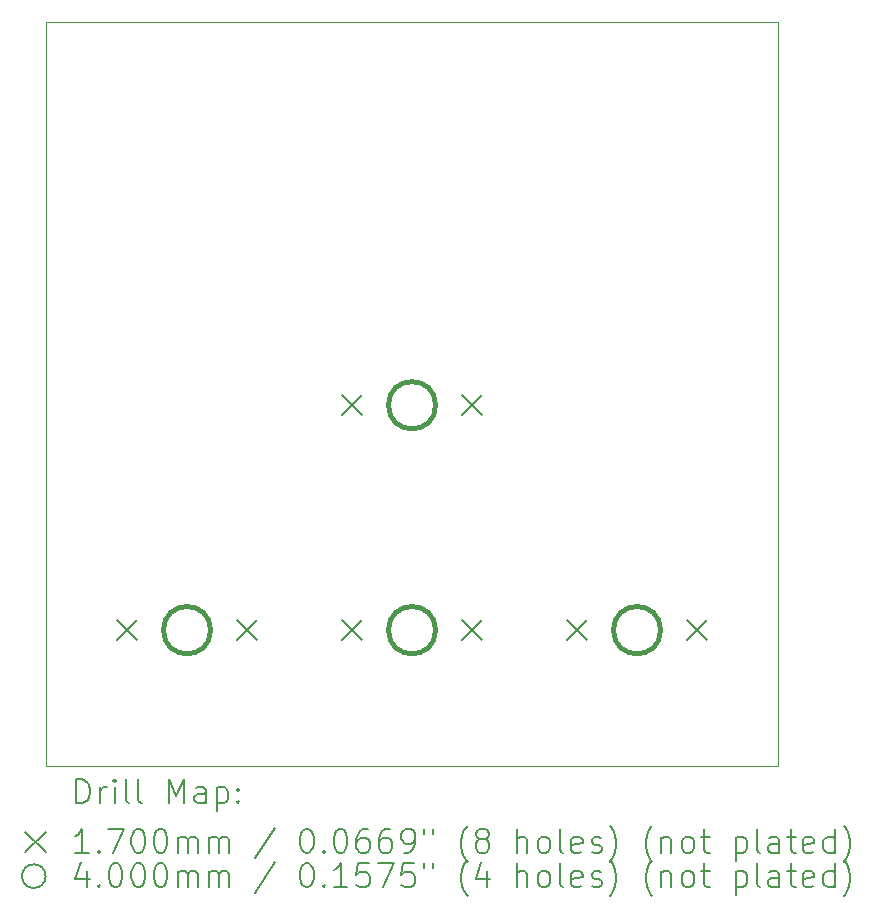
<source format=gbr>
%TF.GenerationSoftware,KiCad,Pcbnew,9.0.2*%
%TF.CreationDate,2025-06-27T15:31:56-05:00*%
%TF.ProjectId,hackpad,6861636b-7061-4642-9e6b-696361645f70,rev?*%
%TF.SameCoordinates,Original*%
%TF.FileFunction,Drillmap*%
%TF.FilePolarity,Positive*%
%FSLAX45Y45*%
G04 Gerber Fmt 4.5, Leading zero omitted, Abs format (unit mm)*
G04 Created by KiCad (PCBNEW 9.0.2) date 2025-06-27 15:31:56*
%MOMM*%
%LPD*%
G01*
G04 APERTURE LIST*
%ADD10C,0.050000*%
%ADD11C,0.200000*%
%ADD12C,0.170000*%
%ADD13C,0.400000*%
G04 APERTURE END LIST*
D10*
X15000000Y-7750000D02*
X21200000Y-7750000D01*
X21200000Y-14050000D01*
X15000000Y-14050000D01*
X15000000Y-7750000D01*
D11*
D12*
X15602000Y-12815000D02*
X15772000Y-12985000D01*
X15772000Y-12815000D02*
X15602000Y-12985000D01*
X16618000Y-12815000D02*
X16788000Y-12985000D01*
X16788000Y-12815000D02*
X16618000Y-12985000D01*
X17507000Y-10910500D02*
X17677000Y-11080500D01*
X17677000Y-10910500D02*
X17507000Y-11080500D01*
X17507000Y-12815000D02*
X17677000Y-12985000D01*
X17677000Y-12815000D02*
X17507000Y-12985000D01*
X18523000Y-10910500D02*
X18693000Y-11080500D01*
X18693000Y-10910500D02*
X18523000Y-11080500D01*
X18523000Y-12815000D02*
X18693000Y-12985000D01*
X18693000Y-12815000D02*
X18523000Y-12985000D01*
X19412000Y-12815000D02*
X19582000Y-12985000D01*
X19582000Y-12815000D02*
X19412000Y-12985000D01*
X20428000Y-12815000D02*
X20598000Y-12985000D01*
X20598000Y-12815000D02*
X20428000Y-12985000D01*
D13*
X16395000Y-12900000D02*
G75*
G02*
X15995000Y-12900000I-200000J0D01*
G01*
X15995000Y-12900000D02*
G75*
G02*
X16395000Y-12900000I200000J0D01*
G01*
X18300000Y-10995500D02*
G75*
G02*
X17900000Y-10995500I-200000J0D01*
G01*
X17900000Y-10995500D02*
G75*
G02*
X18300000Y-10995500I200000J0D01*
G01*
X18300000Y-12900000D02*
G75*
G02*
X17900000Y-12900000I-200000J0D01*
G01*
X17900000Y-12900000D02*
G75*
G02*
X18300000Y-12900000I200000J0D01*
G01*
X20205000Y-12900000D02*
G75*
G02*
X19805000Y-12900000I-200000J0D01*
G01*
X19805000Y-12900000D02*
G75*
G02*
X20205000Y-12900000I200000J0D01*
G01*
D11*
X15258277Y-14363984D02*
X15258277Y-14163984D01*
X15258277Y-14163984D02*
X15305896Y-14163984D01*
X15305896Y-14163984D02*
X15334467Y-14173508D01*
X15334467Y-14173508D02*
X15353515Y-14192555D01*
X15353515Y-14192555D02*
X15363039Y-14211603D01*
X15363039Y-14211603D02*
X15372562Y-14249698D01*
X15372562Y-14249698D02*
X15372562Y-14278269D01*
X15372562Y-14278269D02*
X15363039Y-14316365D01*
X15363039Y-14316365D02*
X15353515Y-14335412D01*
X15353515Y-14335412D02*
X15334467Y-14354460D01*
X15334467Y-14354460D02*
X15305896Y-14363984D01*
X15305896Y-14363984D02*
X15258277Y-14363984D01*
X15458277Y-14363984D02*
X15458277Y-14230650D01*
X15458277Y-14268746D02*
X15467801Y-14249698D01*
X15467801Y-14249698D02*
X15477324Y-14240174D01*
X15477324Y-14240174D02*
X15496372Y-14230650D01*
X15496372Y-14230650D02*
X15515420Y-14230650D01*
X15582086Y-14363984D02*
X15582086Y-14230650D01*
X15582086Y-14163984D02*
X15572562Y-14173508D01*
X15572562Y-14173508D02*
X15582086Y-14183031D01*
X15582086Y-14183031D02*
X15591610Y-14173508D01*
X15591610Y-14173508D02*
X15582086Y-14163984D01*
X15582086Y-14163984D02*
X15582086Y-14183031D01*
X15705896Y-14363984D02*
X15686848Y-14354460D01*
X15686848Y-14354460D02*
X15677324Y-14335412D01*
X15677324Y-14335412D02*
X15677324Y-14163984D01*
X15810658Y-14363984D02*
X15791610Y-14354460D01*
X15791610Y-14354460D02*
X15782086Y-14335412D01*
X15782086Y-14335412D02*
X15782086Y-14163984D01*
X16039229Y-14363984D02*
X16039229Y-14163984D01*
X16039229Y-14163984D02*
X16105896Y-14306841D01*
X16105896Y-14306841D02*
X16172562Y-14163984D01*
X16172562Y-14163984D02*
X16172562Y-14363984D01*
X16353515Y-14363984D02*
X16353515Y-14259222D01*
X16353515Y-14259222D02*
X16343991Y-14240174D01*
X16343991Y-14240174D02*
X16324943Y-14230650D01*
X16324943Y-14230650D02*
X16286848Y-14230650D01*
X16286848Y-14230650D02*
X16267801Y-14240174D01*
X16353515Y-14354460D02*
X16334467Y-14363984D01*
X16334467Y-14363984D02*
X16286848Y-14363984D01*
X16286848Y-14363984D02*
X16267801Y-14354460D01*
X16267801Y-14354460D02*
X16258277Y-14335412D01*
X16258277Y-14335412D02*
X16258277Y-14316365D01*
X16258277Y-14316365D02*
X16267801Y-14297317D01*
X16267801Y-14297317D02*
X16286848Y-14287793D01*
X16286848Y-14287793D02*
X16334467Y-14287793D01*
X16334467Y-14287793D02*
X16353515Y-14278269D01*
X16448753Y-14230650D02*
X16448753Y-14430650D01*
X16448753Y-14240174D02*
X16467801Y-14230650D01*
X16467801Y-14230650D02*
X16505896Y-14230650D01*
X16505896Y-14230650D02*
X16524943Y-14240174D01*
X16524943Y-14240174D02*
X16534467Y-14249698D01*
X16534467Y-14249698D02*
X16543991Y-14268746D01*
X16543991Y-14268746D02*
X16543991Y-14325888D01*
X16543991Y-14325888D02*
X16534467Y-14344936D01*
X16534467Y-14344936D02*
X16524943Y-14354460D01*
X16524943Y-14354460D02*
X16505896Y-14363984D01*
X16505896Y-14363984D02*
X16467801Y-14363984D01*
X16467801Y-14363984D02*
X16448753Y-14354460D01*
X16629705Y-14344936D02*
X16639229Y-14354460D01*
X16639229Y-14354460D02*
X16629705Y-14363984D01*
X16629705Y-14363984D02*
X16620182Y-14354460D01*
X16620182Y-14354460D02*
X16629705Y-14344936D01*
X16629705Y-14344936D02*
X16629705Y-14363984D01*
X16629705Y-14240174D02*
X16639229Y-14249698D01*
X16639229Y-14249698D02*
X16629705Y-14259222D01*
X16629705Y-14259222D02*
X16620182Y-14249698D01*
X16620182Y-14249698D02*
X16629705Y-14240174D01*
X16629705Y-14240174D02*
X16629705Y-14259222D01*
D12*
X14827500Y-14607500D02*
X14997500Y-14777500D01*
X14997500Y-14607500D02*
X14827500Y-14777500D01*
D11*
X15363039Y-14783984D02*
X15248753Y-14783984D01*
X15305896Y-14783984D02*
X15305896Y-14583984D01*
X15305896Y-14583984D02*
X15286848Y-14612555D01*
X15286848Y-14612555D02*
X15267801Y-14631603D01*
X15267801Y-14631603D02*
X15248753Y-14641127D01*
X15448753Y-14764936D02*
X15458277Y-14774460D01*
X15458277Y-14774460D02*
X15448753Y-14783984D01*
X15448753Y-14783984D02*
X15439229Y-14774460D01*
X15439229Y-14774460D02*
X15448753Y-14764936D01*
X15448753Y-14764936D02*
X15448753Y-14783984D01*
X15524943Y-14583984D02*
X15658277Y-14583984D01*
X15658277Y-14583984D02*
X15572562Y-14783984D01*
X15772562Y-14583984D02*
X15791610Y-14583984D01*
X15791610Y-14583984D02*
X15810658Y-14593508D01*
X15810658Y-14593508D02*
X15820182Y-14603031D01*
X15820182Y-14603031D02*
X15829705Y-14622079D01*
X15829705Y-14622079D02*
X15839229Y-14660174D01*
X15839229Y-14660174D02*
X15839229Y-14707793D01*
X15839229Y-14707793D02*
X15829705Y-14745888D01*
X15829705Y-14745888D02*
X15820182Y-14764936D01*
X15820182Y-14764936D02*
X15810658Y-14774460D01*
X15810658Y-14774460D02*
X15791610Y-14783984D01*
X15791610Y-14783984D02*
X15772562Y-14783984D01*
X15772562Y-14783984D02*
X15753515Y-14774460D01*
X15753515Y-14774460D02*
X15743991Y-14764936D01*
X15743991Y-14764936D02*
X15734467Y-14745888D01*
X15734467Y-14745888D02*
X15724943Y-14707793D01*
X15724943Y-14707793D02*
X15724943Y-14660174D01*
X15724943Y-14660174D02*
X15734467Y-14622079D01*
X15734467Y-14622079D02*
X15743991Y-14603031D01*
X15743991Y-14603031D02*
X15753515Y-14593508D01*
X15753515Y-14593508D02*
X15772562Y-14583984D01*
X15963039Y-14583984D02*
X15982086Y-14583984D01*
X15982086Y-14583984D02*
X16001134Y-14593508D01*
X16001134Y-14593508D02*
X16010658Y-14603031D01*
X16010658Y-14603031D02*
X16020182Y-14622079D01*
X16020182Y-14622079D02*
X16029705Y-14660174D01*
X16029705Y-14660174D02*
X16029705Y-14707793D01*
X16029705Y-14707793D02*
X16020182Y-14745888D01*
X16020182Y-14745888D02*
X16010658Y-14764936D01*
X16010658Y-14764936D02*
X16001134Y-14774460D01*
X16001134Y-14774460D02*
X15982086Y-14783984D01*
X15982086Y-14783984D02*
X15963039Y-14783984D01*
X15963039Y-14783984D02*
X15943991Y-14774460D01*
X15943991Y-14774460D02*
X15934467Y-14764936D01*
X15934467Y-14764936D02*
X15924943Y-14745888D01*
X15924943Y-14745888D02*
X15915420Y-14707793D01*
X15915420Y-14707793D02*
X15915420Y-14660174D01*
X15915420Y-14660174D02*
X15924943Y-14622079D01*
X15924943Y-14622079D02*
X15934467Y-14603031D01*
X15934467Y-14603031D02*
X15943991Y-14593508D01*
X15943991Y-14593508D02*
X15963039Y-14583984D01*
X16115420Y-14783984D02*
X16115420Y-14650650D01*
X16115420Y-14669698D02*
X16124943Y-14660174D01*
X16124943Y-14660174D02*
X16143991Y-14650650D01*
X16143991Y-14650650D02*
X16172563Y-14650650D01*
X16172563Y-14650650D02*
X16191610Y-14660174D01*
X16191610Y-14660174D02*
X16201134Y-14679222D01*
X16201134Y-14679222D02*
X16201134Y-14783984D01*
X16201134Y-14679222D02*
X16210658Y-14660174D01*
X16210658Y-14660174D02*
X16229705Y-14650650D01*
X16229705Y-14650650D02*
X16258277Y-14650650D01*
X16258277Y-14650650D02*
X16277324Y-14660174D01*
X16277324Y-14660174D02*
X16286848Y-14679222D01*
X16286848Y-14679222D02*
X16286848Y-14783984D01*
X16382086Y-14783984D02*
X16382086Y-14650650D01*
X16382086Y-14669698D02*
X16391610Y-14660174D01*
X16391610Y-14660174D02*
X16410658Y-14650650D01*
X16410658Y-14650650D02*
X16439229Y-14650650D01*
X16439229Y-14650650D02*
X16458277Y-14660174D01*
X16458277Y-14660174D02*
X16467801Y-14679222D01*
X16467801Y-14679222D02*
X16467801Y-14783984D01*
X16467801Y-14679222D02*
X16477324Y-14660174D01*
X16477324Y-14660174D02*
X16496372Y-14650650D01*
X16496372Y-14650650D02*
X16524943Y-14650650D01*
X16524943Y-14650650D02*
X16543991Y-14660174D01*
X16543991Y-14660174D02*
X16553515Y-14679222D01*
X16553515Y-14679222D02*
X16553515Y-14783984D01*
X16943991Y-14574460D02*
X16772563Y-14831603D01*
X17201134Y-14583984D02*
X17220182Y-14583984D01*
X17220182Y-14583984D02*
X17239229Y-14593508D01*
X17239229Y-14593508D02*
X17248753Y-14603031D01*
X17248753Y-14603031D02*
X17258277Y-14622079D01*
X17258277Y-14622079D02*
X17267801Y-14660174D01*
X17267801Y-14660174D02*
X17267801Y-14707793D01*
X17267801Y-14707793D02*
X17258277Y-14745888D01*
X17258277Y-14745888D02*
X17248753Y-14764936D01*
X17248753Y-14764936D02*
X17239229Y-14774460D01*
X17239229Y-14774460D02*
X17220182Y-14783984D01*
X17220182Y-14783984D02*
X17201134Y-14783984D01*
X17201134Y-14783984D02*
X17182087Y-14774460D01*
X17182087Y-14774460D02*
X17172563Y-14764936D01*
X17172563Y-14764936D02*
X17163039Y-14745888D01*
X17163039Y-14745888D02*
X17153515Y-14707793D01*
X17153515Y-14707793D02*
X17153515Y-14660174D01*
X17153515Y-14660174D02*
X17163039Y-14622079D01*
X17163039Y-14622079D02*
X17172563Y-14603031D01*
X17172563Y-14603031D02*
X17182087Y-14593508D01*
X17182087Y-14593508D02*
X17201134Y-14583984D01*
X17353515Y-14764936D02*
X17363039Y-14774460D01*
X17363039Y-14774460D02*
X17353515Y-14783984D01*
X17353515Y-14783984D02*
X17343991Y-14774460D01*
X17343991Y-14774460D02*
X17353515Y-14764936D01*
X17353515Y-14764936D02*
X17353515Y-14783984D01*
X17486848Y-14583984D02*
X17505896Y-14583984D01*
X17505896Y-14583984D02*
X17524944Y-14593508D01*
X17524944Y-14593508D02*
X17534468Y-14603031D01*
X17534468Y-14603031D02*
X17543991Y-14622079D01*
X17543991Y-14622079D02*
X17553515Y-14660174D01*
X17553515Y-14660174D02*
X17553515Y-14707793D01*
X17553515Y-14707793D02*
X17543991Y-14745888D01*
X17543991Y-14745888D02*
X17534468Y-14764936D01*
X17534468Y-14764936D02*
X17524944Y-14774460D01*
X17524944Y-14774460D02*
X17505896Y-14783984D01*
X17505896Y-14783984D02*
X17486848Y-14783984D01*
X17486848Y-14783984D02*
X17467801Y-14774460D01*
X17467801Y-14774460D02*
X17458277Y-14764936D01*
X17458277Y-14764936D02*
X17448753Y-14745888D01*
X17448753Y-14745888D02*
X17439229Y-14707793D01*
X17439229Y-14707793D02*
X17439229Y-14660174D01*
X17439229Y-14660174D02*
X17448753Y-14622079D01*
X17448753Y-14622079D02*
X17458277Y-14603031D01*
X17458277Y-14603031D02*
X17467801Y-14593508D01*
X17467801Y-14593508D02*
X17486848Y-14583984D01*
X17724944Y-14583984D02*
X17686848Y-14583984D01*
X17686848Y-14583984D02*
X17667801Y-14593508D01*
X17667801Y-14593508D02*
X17658277Y-14603031D01*
X17658277Y-14603031D02*
X17639229Y-14631603D01*
X17639229Y-14631603D02*
X17629706Y-14669698D01*
X17629706Y-14669698D02*
X17629706Y-14745888D01*
X17629706Y-14745888D02*
X17639229Y-14764936D01*
X17639229Y-14764936D02*
X17648753Y-14774460D01*
X17648753Y-14774460D02*
X17667801Y-14783984D01*
X17667801Y-14783984D02*
X17705896Y-14783984D01*
X17705896Y-14783984D02*
X17724944Y-14774460D01*
X17724944Y-14774460D02*
X17734468Y-14764936D01*
X17734468Y-14764936D02*
X17743991Y-14745888D01*
X17743991Y-14745888D02*
X17743991Y-14698269D01*
X17743991Y-14698269D02*
X17734468Y-14679222D01*
X17734468Y-14679222D02*
X17724944Y-14669698D01*
X17724944Y-14669698D02*
X17705896Y-14660174D01*
X17705896Y-14660174D02*
X17667801Y-14660174D01*
X17667801Y-14660174D02*
X17648753Y-14669698D01*
X17648753Y-14669698D02*
X17639229Y-14679222D01*
X17639229Y-14679222D02*
X17629706Y-14698269D01*
X17915420Y-14583984D02*
X17877325Y-14583984D01*
X17877325Y-14583984D02*
X17858277Y-14593508D01*
X17858277Y-14593508D02*
X17848753Y-14603031D01*
X17848753Y-14603031D02*
X17829706Y-14631603D01*
X17829706Y-14631603D02*
X17820182Y-14669698D01*
X17820182Y-14669698D02*
X17820182Y-14745888D01*
X17820182Y-14745888D02*
X17829706Y-14764936D01*
X17829706Y-14764936D02*
X17839229Y-14774460D01*
X17839229Y-14774460D02*
X17858277Y-14783984D01*
X17858277Y-14783984D02*
X17896372Y-14783984D01*
X17896372Y-14783984D02*
X17915420Y-14774460D01*
X17915420Y-14774460D02*
X17924944Y-14764936D01*
X17924944Y-14764936D02*
X17934468Y-14745888D01*
X17934468Y-14745888D02*
X17934468Y-14698269D01*
X17934468Y-14698269D02*
X17924944Y-14679222D01*
X17924944Y-14679222D02*
X17915420Y-14669698D01*
X17915420Y-14669698D02*
X17896372Y-14660174D01*
X17896372Y-14660174D02*
X17858277Y-14660174D01*
X17858277Y-14660174D02*
X17839229Y-14669698D01*
X17839229Y-14669698D02*
X17829706Y-14679222D01*
X17829706Y-14679222D02*
X17820182Y-14698269D01*
X18029706Y-14783984D02*
X18067801Y-14783984D01*
X18067801Y-14783984D02*
X18086849Y-14774460D01*
X18086849Y-14774460D02*
X18096372Y-14764936D01*
X18096372Y-14764936D02*
X18115420Y-14736365D01*
X18115420Y-14736365D02*
X18124944Y-14698269D01*
X18124944Y-14698269D02*
X18124944Y-14622079D01*
X18124944Y-14622079D02*
X18115420Y-14603031D01*
X18115420Y-14603031D02*
X18105896Y-14593508D01*
X18105896Y-14593508D02*
X18086849Y-14583984D01*
X18086849Y-14583984D02*
X18048753Y-14583984D01*
X18048753Y-14583984D02*
X18029706Y-14593508D01*
X18029706Y-14593508D02*
X18020182Y-14603031D01*
X18020182Y-14603031D02*
X18010658Y-14622079D01*
X18010658Y-14622079D02*
X18010658Y-14669698D01*
X18010658Y-14669698D02*
X18020182Y-14688746D01*
X18020182Y-14688746D02*
X18029706Y-14698269D01*
X18029706Y-14698269D02*
X18048753Y-14707793D01*
X18048753Y-14707793D02*
X18086849Y-14707793D01*
X18086849Y-14707793D02*
X18105896Y-14698269D01*
X18105896Y-14698269D02*
X18115420Y-14688746D01*
X18115420Y-14688746D02*
X18124944Y-14669698D01*
X18201134Y-14583984D02*
X18201134Y-14622079D01*
X18277325Y-14583984D02*
X18277325Y-14622079D01*
X18572563Y-14860174D02*
X18563039Y-14850650D01*
X18563039Y-14850650D02*
X18543991Y-14822079D01*
X18543991Y-14822079D02*
X18534468Y-14803031D01*
X18534468Y-14803031D02*
X18524944Y-14774460D01*
X18524944Y-14774460D02*
X18515420Y-14726841D01*
X18515420Y-14726841D02*
X18515420Y-14688746D01*
X18515420Y-14688746D02*
X18524944Y-14641127D01*
X18524944Y-14641127D02*
X18534468Y-14612555D01*
X18534468Y-14612555D02*
X18543991Y-14593508D01*
X18543991Y-14593508D02*
X18563039Y-14564936D01*
X18563039Y-14564936D02*
X18572563Y-14555412D01*
X18677325Y-14669698D02*
X18658277Y-14660174D01*
X18658277Y-14660174D02*
X18648753Y-14650650D01*
X18648753Y-14650650D02*
X18639230Y-14631603D01*
X18639230Y-14631603D02*
X18639230Y-14622079D01*
X18639230Y-14622079D02*
X18648753Y-14603031D01*
X18648753Y-14603031D02*
X18658277Y-14593508D01*
X18658277Y-14593508D02*
X18677325Y-14583984D01*
X18677325Y-14583984D02*
X18715420Y-14583984D01*
X18715420Y-14583984D02*
X18734468Y-14593508D01*
X18734468Y-14593508D02*
X18743991Y-14603031D01*
X18743991Y-14603031D02*
X18753515Y-14622079D01*
X18753515Y-14622079D02*
X18753515Y-14631603D01*
X18753515Y-14631603D02*
X18743991Y-14650650D01*
X18743991Y-14650650D02*
X18734468Y-14660174D01*
X18734468Y-14660174D02*
X18715420Y-14669698D01*
X18715420Y-14669698D02*
X18677325Y-14669698D01*
X18677325Y-14669698D02*
X18658277Y-14679222D01*
X18658277Y-14679222D02*
X18648753Y-14688746D01*
X18648753Y-14688746D02*
X18639230Y-14707793D01*
X18639230Y-14707793D02*
X18639230Y-14745888D01*
X18639230Y-14745888D02*
X18648753Y-14764936D01*
X18648753Y-14764936D02*
X18658277Y-14774460D01*
X18658277Y-14774460D02*
X18677325Y-14783984D01*
X18677325Y-14783984D02*
X18715420Y-14783984D01*
X18715420Y-14783984D02*
X18734468Y-14774460D01*
X18734468Y-14774460D02*
X18743991Y-14764936D01*
X18743991Y-14764936D02*
X18753515Y-14745888D01*
X18753515Y-14745888D02*
X18753515Y-14707793D01*
X18753515Y-14707793D02*
X18743991Y-14688746D01*
X18743991Y-14688746D02*
X18734468Y-14679222D01*
X18734468Y-14679222D02*
X18715420Y-14669698D01*
X18991611Y-14783984D02*
X18991611Y-14583984D01*
X19077325Y-14783984D02*
X19077325Y-14679222D01*
X19077325Y-14679222D02*
X19067801Y-14660174D01*
X19067801Y-14660174D02*
X19048753Y-14650650D01*
X19048753Y-14650650D02*
X19020182Y-14650650D01*
X19020182Y-14650650D02*
X19001134Y-14660174D01*
X19001134Y-14660174D02*
X18991611Y-14669698D01*
X19201134Y-14783984D02*
X19182087Y-14774460D01*
X19182087Y-14774460D02*
X19172563Y-14764936D01*
X19172563Y-14764936D02*
X19163039Y-14745888D01*
X19163039Y-14745888D02*
X19163039Y-14688746D01*
X19163039Y-14688746D02*
X19172563Y-14669698D01*
X19172563Y-14669698D02*
X19182087Y-14660174D01*
X19182087Y-14660174D02*
X19201134Y-14650650D01*
X19201134Y-14650650D02*
X19229706Y-14650650D01*
X19229706Y-14650650D02*
X19248753Y-14660174D01*
X19248753Y-14660174D02*
X19258277Y-14669698D01*
X19258277Y-14669698D02*
X19267801Y-14688746D01*
X19267801Y-14688746D02*
X19267801Y-14745888D01*
X19267801Y-14745888D02*
X19258277Y-14764936D01*
X19258277Y-14764936D02*
X19248753Y-14774460D01*
X19248753Y-14774460D02*
X19229706Y-14783984D01*
X19229706Y-14783984D02*
X19201134Y-14783984D01*
X19382087Y-14783984D02*
X19363039Y-14774460D01*
X19363039Y-14774460D02*
X19353515Y-14755412D01*
X19353515Y-14755412D02*
X19353515Y-14583984D01*
X19534468Y-14774460D02*
X19515420Y-14783984D01*
X19515420Y-14783984D02*
X19477325Y-14783984D01*
X19477325Y-14783984D02*
X19458277Y-14774460D01*
X19458277Y-14774460D02*
X19448753Y-14755412D01*
X19448753Y-14755412D02*
X19448753Y-14679222D01*
X19448753Y-14679222D02*
X19458277Y-14660174D01*
X19458277Y-14660174D02*
X19477325Y-14650650D01*
X19477325Y-14650650D02*
X19515420Y-14650650D01*
X19515420Y-14650650D02*
X19534468Y-14660174D01*
X19534468Y-14660174D02*
X19543992Y-14679222D01*
X19543992Y-14679222D02*
X19543992Y-14698269D01*
X19543992Y-14698269D02*
X19448753Y-14717317D01*
X19620182Y-14774460D02*
X19639230Y-14783984D01*
X19639230Y-14783984D02*
X19677325Y-14783984D01*
X19677325Y-14783984D02*
X19696373Y-14774460D01*
X19696373Y-14774460D02*
X19705896Y-14755412D01*
X19705896Y-14755412D02*
X19705896Y-14745888D01*
X19705896Y-14745888D02*
X19696373Y-14726841D01*
X19696373Y-14726841D02*
X19677325Y-14717317D01*
X19677325Y-14717317D02*
X19648753Y-14717317D01*
X19648753Y-14717317D02*
X19629706Y-14707793D01*
X19629706Y-14707793D02*
X19620182Y-14688746D01*
X19620182Y-14688746D02*
X19620182Y-14679222D01*
X19620182Y-14679222D02*
X19629706Y-14660174D01*
X19629706Y-14660174D02*
X19648753Y-14650650D01*
X19648753Y-14650650D02*
X19677325Y-14650650D01*
X19677325Y-14650650D02*
X19696373Y-14660174D01*
X19772563Y-14860174D02*
X19782087Y-14850650D01*
X19782087Y-14850650D02*
X19801134Y-14822079D01*
X19801134Y-14822079D02*
X19810658Y-14803031D01*
X19810658Y-14803031D02*
X19820182Y-14774460D01*
X19820182Y-14774460D02*
X19829706Y-14726841D01*
X19829706Y-14726841D02*
X19829706Y-14688746D01*
X19829706Y-14688746D02*
X19820182Y-14641127D01*
X19820182Y-14641127D02*
X19810658Y-14612555D01*
X19810658Y-14612555D02*
X19801134Y-14593508D01*
X19801134Y-14593508D02*
X19782087Y-14564936D01*
X19782087Y-14564936D02*
X19772563Y-14555412D01*
X20134468Y-14860174D02*
X20124944Y-14850650D01*
X20124944Y-14850650D02*
X20105896Y-14822079D01*
X20105896Y-14822079D02*
X20096373Y-14803031D01*
X20096373Y-14803031D02*
X20086849Y-14774460D01*
X20086849Y-14774460D02*
X20077325Y-14726841D01*
X20077325Y-14726841D02*
X20077325Y-14688746D01*
X20077325Y-14688746D02*
X20086849Y-14641127D01*
X20086849Y-14641127D02*
X20096373Y-14612555D01*
X20096373Y-14612555D02*
X20105896Y-14593508D01*
X20105896Y-14593508D02*
X20124944Y-14564936D01*
X20124944Y-14564936D02*
X20134468Y-14555412D01*
X20210658Y-14650650D02*
X20210658Y-14783984D01*
X20210658Y-14669698D02*
X20220182Y-14660174D01*
X20220182Y-14660174D02*
X20239230Y-14650650D01*
X20239230Y-14650650D02*
X20267801Y-14650650D01*
X20267801Y-14650650D02*
X20286849Y-14660174D01*
X20286849Y-14660174D02*
X20296373Y-14679222D01*
X20296373Y-14679222D02*
X20296373Y-14783984D01*
X20420182Y-14783984D02*
X20401134Y-14774460D01*
X20401134Y-14774460D02*
X20391611Y-14764936D01*
X20391611Y-14764936D02*
X20382087Y-14745888D01*
X20382087Y-14745888D02*
X20382087Y-14688746D01*
X20382087Y-14688746D02*
X20391611Y-14669698D01*
X20391611Y-14669698D02*
X20401134Y-14660174D01*
X20401134Y-14660174D02*
X20420182Y-14650650D01*
X20420182Y-14650650D02*
X20448754Y-14650650D01*
X20448754Y-14650650D02*
X20467801Y-14660174D01*
X20467801Y-14660174D02*
X20477325Y-14669698D01*
X20477325Y-14669698D02*
X20486849Y-14688746D01*
X20486849Y-14688746D02*
X20486849Y-14745888D01*
X20486849Y-14745888D02*
X20477325Y-14764936D01*
X20477325Y-14764936D02*
X20467801Y-14774460D01*
X20467801Y-14774460D02*
X20448754Y-14783984D01*
X20448754Y-14783984D02*
X20420182Y-14783984D01*
X20543992Y-14650650D02*
X20620182Y-14650650D01*
X20572563Y-14583984D02*
X20572563Y-14755412D01*
X20572563Y-14755412D02*
X20582087Y-14774460D01*
X20582087Y-14774460D02*
X20601134Y-14783984D01*
X20601134Y-14783984D02*
X20620182Y-14783984D01*
X20839230Y-14650650D02*
X20839230Y-14850650D01*
X20839230Y-14660174D02*
X20858277Y-14650650D01*
X20858277Y-14650650D02*
X20896373Y-14650650D01*
X20896373Y-14650650D02*
X20915420Y-14660174D01*
X20915420Y-14660174D02*
X20924944Y-14669698D01*
X20924944Y-14669698D02*
X20934468Y-14688746D01*
X20934468Y-14688746D02*
X20934468Y-14745888D01*
X20934468Y-14745888D02*
X20924944Y-14764936D01*
X20924944Y-14764936D02*
X20915420Y-14774460D01*
X20915420Y-14774460D02*
X20896373Y-14783984D01*
X20896373Y-14783984D02*
X20858277Y-14783984D01*
X20858277Y-14783984D02*
X20839230Y-14774460D01*
X21048754Y-14783984D02*
X21029706Y-14774460D01*
X21029706Y-14774460D02*
X21020182Y-14755412D01*
X21020182Y-14755412D02*
X21020182Y-14583984D01*
X21210658Y-14783984D02*
X21210658Y-14679222D01*
X21210658Y-14679222D02*
X21201135Y-14660174D01*
X21201135Y-14660174D02*
X21182087Y-14650650D01*
X21182087Y-14650650D02*
X21143992Y-14650650D01*
X21143992Y-14650650D02*
X21124944Y-14660174D01*
X21210658Y-14774460D02*
X21191611Y-14783984D01*
X21191611Y-14783984D02*
X21143992Y-14783984D01*
X21143992Y-14783984D02*
X21124944Y-14774460D01*
X21124944Y-14774460D02*
X21115420Y-14755412D01*
X21115420Y-14755412D02*
X21115420Y-14736365D01*
X21115420Y-14736365D02*
X21124944Y-14717317D01*
X21124944Y-14717317D02*
X21143992Y-14707793D01*
X21143992Y-14707793D02*
X21191611Y-14707793D01*
X21191611Y-14707793D02*
X21210658Y-14698269D01*
X21277325Y-14650650D02*
X21353515Y-14650650D01*
X21305896Y-14583984D02*
X21305896Y-14755412D01*
X21305896Y-14755412D02*
X21315420Y-14774460D01*
X21315420Y-14774460D02*
X21334468Y-14783984D01*
X21334468Y-14783984D02*
X21353515Y-14783984D01*
X21496373Y-14774460D02*
X21477325Y-14783984D01*
X21477325Y-14783984D02*
X21439230Y-14783984D01*
X21439230Y-14783984D02*
X21420182Y-14774460D01*
X21420182Y-14774460D02*
X21410658Y-14755412D01*
X21410658Y-14755412D02*
X21410658Y-14679222D01*
X21410658Y-14679222D02*
X21420182Y-14660174D01*
X21420182Y-14660174D02*
X21439230Y-14650650D01*
X21439230Y-14650650D02*
X21477325Y-14650650D01*
X21477325Y-14650650D02*
X21496373Y-14660174D01*
X21496373Y-14660174D02*
X21505896Y-14679222D01*
X21505896Y-14679222D02*
X21505896Y-14698269D01*
X21505896Y-14698269D02*
X21410658Y-14717317D01*
X21677325Y-14783984D02*
X21677325Y-14583984D01*
X21677325Y-14774460D02*
X21658277Y-14783984D01*
X21658277Y-14783984D02*
X21620182Y-14783984D01*
X21620182Y-14783984D02*
X21601135Y-14774460D01*
X21601135Y-14774460D02*
X21591611Y-14764936D01*
X21591611Y-14764936D02*
X21582087Y-14745888D01*
X21582087Y-14745888D02*
X21582087Y-14688746D01*
X21582087Y-14688746D02*
X21591611Y-14669698D01*
X21591611Y-14669698D02*
X21601135Y-14660174D01*
X21601135Y-14660174D02*
X21620182Y-14650650D01*
X21620182Y-14650650D02*
X21658277Y-14650650D01*
X21658277Y-14650650D02*
X21677325Y-14660174D01*
X21753516Y-14860174D02*
X21763039Y-14850650D01*
X21763039Y-14850650D02*
X21782087Y-14822079D01*
X21782087Y-14822079D02*
X21791611Y-14803031D01*
X21791611Y-14803031D02*
X21801135Y-14774460D01*
X21801135Y-14774460D02*
X21810658Y-14726841D01*
X21810658Y-14726841D02*
X21810658Y-14688746D01*
X21810658Y-14688746D02*
X21801135Y-14641127D01*
X21801135Y-14641127D02*
X21791611Y-14612555D01*
X21791611Y-14612555D02*
X21782087Y-14593508D01*
X21782087Y-14593508D02*
X21763039Y-14564936D01*
X21763039Y-14564936D02*
X21753516Y-14555412D01*
X14997500Y-14982500D02*
G75*
G02*
X14797500Y-14982500I-100000J0D01*
G01*
X14797500Y-14982500D02*
G75*
G02*
X14997500Y-14982500I100000J0D01*
G01*
X15343991Y-14940650D02*
X15343991Y-15073984D01*
X15296372Y-14864460D02*
X15248753Y-15007317D01*
X15248753Y-15007317D02*
X15372562Y-15007317D01*
X15448753Y-15054936D02*
X15458277Y-15064460D01*
X15458277Y-15064460D02*
X15448753Y-15073984D01*
X15448753Y-15073984D02*
X15439229Y-15064460D01*
X15439229Y-15064460D02*
X15448753Y-15054936D01*
X15448753Y-15054936D02*
X15448753Y-15073984D01*
X15582086Y-14873984D02*
X15601134Y-14873984D01*
X15601134Y-14873984D02*
X15620182Y-14883508D01*
X15620182Y-14883508D02*
X15629705Y-14893031D01*
X15629705Y-14893031D02*
X15639229Y-14912079D01*
X15639229Y-14912079D02*
X15648753Y-14950174D01*
X15648753Y-14950174D02*
X15648753Y-14997793D01*
X15648753Y-14997793D02*
X15639229Y-15035888D01*
X15639229Y-15035888D02*
X15629705Y-15054936D01*
X15629705Y-15054936D02*
X15620182Y-15064460D01*
X15620182Y-15064460D02*
X15601134Y-15073984D01*
X15601134Y-15073984D02*
X15582086Y-15073984D01*
X15582086Y-15073984D02*
X15563039Y-15064460D01*
X15563039Y-15064460D02*
X15553515Y-15054936D01*
X15553515Y-15054936D02*
X15543991Y-15035888D01*
X15543991Y-15035888D02*
X15534467Y-14997793D01*
X15534467Y-14997793D02*
X15534467Y-14950174D01*
X15534467Y-14950174D02*
X15543991Y-14912079D01*
X15543991Y-14912079D02*
X15553515Y-14893031D01*
X15553515Y-14893031D02*
X15563039Y-14883508D01*
X15563039Y-14883508D02*
X15582086Y-14873984D01*
X15772562Y-14873984D02*
X15791610Y-14873984D01*
X15791610Y-14873984D02*
X15810658Y-14883508D01*
X15810658Y-14883508D02*
X15820182Y-14893031D01*
X15820182Y-14893031D02*
X15829705Y-14912079D01*
X15829705Y-14912079D02*
X15839229Y-14950174D01*
X15839229Y-14950174D02*
X15839229Y-14997793D01*
X15839229Y-14997793D02*
X15829705Y-15035888D01*
X15829705Y-15035888D02*
X15820182Y-15054936D01*
X15820182Y-15054936D02*
X15810658Y-15064460D01*
X15810658Y-15064460D02*
X15791610Y-15073984D01*
X15791610Y-15073984D02*
X15772562Y-15073984D01*
X15772562Y-15073984D02*
X15753515Y-15064460D01*
X15753515Y-15064460D02*
X15743991Y-15054936D01*
X15743991Y-15054936D02*
X15734467Y-15035888D01*
X15734467Y-15035888D02*
X15724943Y-14997793D01*
X15724943Y-14997793D02*
X15724943Y-14950174D01*
X15724943Y-14950174D02*
X15734467Y-14912079D01*
X15734467Y-14912079D02*
X15743991Y-14893031D01*
X15743991Y-14893031D02*
X15753515Y-14883508D01*
X15753515Y-14883508D02*
X15772562Y-14873984D01*
X15963039Y-14873984D02*
X15982086Y-14873984D01*
X15982086Y-14873984D02*
X16001134Y-14883508D01*
X16001134Y-14883508D02*
X16010658Y-14893031D01*
X16010658Y-14893031D02*
X16020182Y-14912079D01*
X16020182Y-14912079D02*
X16029705Y-14950174D01*
X16029705Y-14950174D02*
X16029705Y-14997793D01*
X16029705Y-14997793D02*
X16020182Y-15035888D01*
X16020182Y-15035888D02*
X16010658Y-15054936D01*
X16010658Y-15054936D02*
X16001134Y-15064460D01*
X16001134Y-15064460D02*
X15982086Y-15073984D01*
X15982086Y-15073984D02*
X15963039Y-15073984D01*
X15963039Y-15073984D02*
X15943991Y-15064460D01*
X15943991Y-15064460D02*
X15934467Y-15054936D01*
X15934467Y-15054936D02*
X15924943Y-15035888D01*
X15924943Y-15035888D02*
X15915420Y-14997793D01*
X15915420Y-14997793D02*
X15915420Y-14950174D01*
X15915420Y-14950174D02*
X15924943Y-14912079D01*
X15924943Y-14912079D02*
X15934467Y-14893031D01*
X15934467Y-14893031D02*
X15943991Y-14883508D01*
X15943991Y-14883508D02*
X15963039Y-14873984D01*
X16115420Y-15073984D02*
X16115420Y-14940650D01*
X16115420Y-14959698D02*
X16124943Y-14950174D01*
X16124943Y-14950174D02*
X16143991Y-14940650D01*
X16143991Y-14940650D02*
X16172563Y-14940650D01*
X16172563Y-14940650D02*
X16191610Y-14950174D01*
X16191610Y-14950174D02*
X16201134Y-14969222D01*
X16201134Y-14969222D02*
X16201134Y-15073984D01*
X16201134Y-14969222D02*
X16210658Y-14950174D01*
X16210658Y-14950174D02*
X16229705Y-14940650D01*
X16229705Y-14940650D02*
X16258277Y-14940650D01*
X16258277Y-14940650D02*
X16277324Y-14950174D01*
X16277324Y-14950174D02*
X16286848Y-14969222D01*
X16286848Y-14969222D02*
X16286848Y-15073984D01*
X16382086Y-15073984D02*
X16382086Y-14940650D01*
X16382086Y-14959698D02*
X16391610Y-14950174D01*
X16391610Y-14950174D02*
X16410658Y-14940650D01*
X16410658Y-14940650D02*
X16439229Y-14940650D01*
X16439229Y-14940650D02*
X16458277Y-14950174D01*
X16458277Y-14950174D02*
X16467801Y-14969222D01*
X16467801Y-14969222D02*
X16467801Y-15073984D01*
X16467801Y-14969222D02*
X16477324Y-14950174D01*
X16477324Y-14950174D02*
X16496372Y-14940650D01*
X16496372Y-14940650D02*
X16524943Y-14940650D01*
X16524943Y-14940650D02*
X16543991Y-14950174D01*
X16543991Y-14950174D02*
X16553515Y-14969222D01*
X16553515Y-14969222D02*
X16553515Y-15073984D01*
X16943991Y-14864460D02*
X16772563Y-15121603D01*
X17201134Y-14873984D02*
X17220182Y-14873984D01*
X17220182Y-14873984D02*
X17239229Y-14883508D01*
X17239229Y-14883508D02*
X17248753Y-14893031D01*
X17248753Y-14893031D02*
X17258277Y-14912079D01*
X17258277Y-14912079D02*
X17267801Y-14950174D01*
X17267801Y-14950174D02*
X17267801Y-14997793D01*
X17267801Y-14997793D02*
X17258277Y-15035888D01*
X17258277Y-15035888D02*
X17248753Y-15054936D01*
X17248753Y-15054936D02*
X17239229Y-15064460D01*
X17239229Y-15064460D02*
X17220182Y-15073984D01*
X17220182Y-15073984D02*
X17201134Y-15073984D01*
X17201134Y-15073984D02*
X17182087Y-15064460D01*
X17182087Y-15064460D02*
X17172563Y-15054936D01*
X17172563Y-15054936D02*
X17163039Y-15035888D01*
X17163039Y-15035888D02*
X17153515Y-14997793D01*
X17153515Y-14997793D02*
X17153515Y-14950174D01*
X17153515Y-14950174D02*
X17163039Y-14912079D01*
X17163039Y-14912079D02*
X17172563Y-14893031D01*
X17172563Y-14893031D02*
X17182087Y-14883508D01*
X17182087Y-14883508D02*
X17201134Y-14873984D01*
X17353515Y-15054936D02*
X17363039Y-15064460D01*
X17363039Y-15064460D02*
X17353515Y-15073984D01*
X17353515Y-15073984D02*
X17343991Y-15064460D01*
X17343991Y-15064460D02*
X17353515Y-15054936D01*
X17353515Y-15054936D02*
X17353515Y-15073984D01*
X17553515Y-15073984D02*
X17439229Y-15073984D01*
X17496372Y-15073984D02*
X17496372Y-14873984D01*
X17496372Y-14873984D02*
X17477325Y-14902555D01*
X17477325Y-14902555D02*
X17458277Y-14921603D01*
X17458277Y-14921603D02*
X17439229Y-14931127D01*
X17734468Y-14873984D02*
X17639229Y-14873984D01*
X17639229Y-14873984D02*
X17629706Y-14969222D01*
X17629706Y-14969222D02*
X17639229Y-14959698D01*
X17639229Y-14959698D02*
X17658277Y-14950174D01*
X17658277Y-14950174D02*
X17705896Y-14950174D01*
X17705896Y-14950174D02*
X17724944Y-14959698D01*
X17724944Y-14959698D02*
X17734468Y-14969222D01*
X17734468Y-14969222D02*
X17743991Y-14988269D01*
X17743991Y-14988269D02*
X17743991Y-15035888D01*
X17743991Y-15035888D02*
X17734468Y-15054936D01*
X17734468Y-15054936D02*
X17724944Y-15064460D01*
X17724944Y-15064460D02*
X17705896Y-15073984D01*
X17705896Y-15073984D02*
X17658277Y-15073984D01*
X17658277Y-15073984D02*
X17639229Y-15064460D01*
X17639229Y-15064460D02*
X17629706Y-15054936D01*
X17810658Y-14873984D02*
X17943991Y-14873984D01*
X17943991Y-14873984D02*
X17858277Y-15073984D01*
X18115420Y-14873984D02*
X18020182Y-14873984D01*
X18020182Y-14873984D02*
X18010658Y-14969222D01*
X18010658Y-14969222D02*
X18020182Y-14959698D01*
X18020182Y-14959698D02*
X18039229Y-14950174D01*
X18039229Y-14950174D02*
X18086849Y-14950174D01*
X18086849Y-14950174D02*
X18105896Y-14959698D01*
X18105896Y-14959698D02*
X18115420Y-14969222D01*
X18115420Y-14969222D02*
X18124944Y-14988269D01*
X18124944Y-14988269D02*
X18124944Y-15035888D01*
X18124944Y-15035888D02*
X18115420Y-15054936D01*
X18115420Y-15054936D02*
X18105896Y-15064460D01*
X18105896Y-15064460D02*
X18086849Y-15073984D01*
X18086849Y-15073984D02*
X18039229Y-15073984D01*
X18039229Y-15073984D02*
X18020182Y-15064460D01*
X18020182Y-15064460D02*
X18010658Y-15054936D01*
X18201134Y-14873984D02*
X18201134Y-14912079D01*
X18277325Y-14873984D02*
X18277325Y-14912079D01*
X18572563Y-15150174D02*
X18563039Y-15140650D01*
X18563039Y-15140650D02*
X18543991Y-15112079D01*
X18543991Y-15112079D02*
X18534468Y-15093031D01*
X18534468Y-15093031D02*
X18524944Y-15064460D01*
X18524944Y-15064460D02*
X18515420Y-15016841D01*
X18515420Y-15016841D02*
X18515420Y-14978746D01*
X18515420Y-14978746D02*
X18524944Y-14931127D01*
X18524944Y-14931127D02*
X18534468Y-14902555D01*
X18534468Y-14902555D02*
X18543991Y-14883508D01*
X18543991Y-14883508D02*
X18563039Y-14854936D01*
X18563039Y-14854936D02*
X18572563Y-14845412D01*
X18734468Y-14940650D02*
X18734468Y-15073984D01*
X18686849Y-14864460D02*
X18639230Y-15007317D01*
X18639230Y-15007317D02*
X18763039Y-15007317D01*
X18991611Y-15073984D02*
X18991611Y-14873984D01*
X19077325Y-15073984D02*
X19077325Y-14969222D01*
X19077325Y-14969222D02*
X19067801Y-14950174D01*
X19067801Y-14950174D02*
X19048753Y-14940650D01*
X19048753Y-14940650D02*
X19020182Y-14940650D01*
X19020182Y-14940650D02*
X19001134Y-14950174D01*
X19001134Y-14950174D02*
X18991611Y-14959698D01*
X19201134Y-15073984D02*
X19182087Y-15064460D01*
X19182087Y-15064460D02*
X19172563Y-15054936D01*
X19172563Y-15054936D02*
X19163039Y-15035888D01*
X19163039Y-15035888D02*
X19163039Y-14978746D01*
X19163039Y-14978746D02*
X19172563Y-14959698D01*
X19172563Y-14959698D02*
X19182087Y-14950174D01*
X19182087Y-14950174D02*
X19201134Y-14940650D01*
X19201134Y-14940650D02*
X19229706Y-14940650D01*
X19229706Y-14940650D02*
X19248753Y-14950174D01*
X19248753Y-14950174D02*
X19258277Y-14959698D01*
X19258277Y-14959698D02*
X19267801Y-14978746D01*
X19267801Y-14978746D02*
X19267801Y-15035888D01*
X19267801Y-15035888D02*
X19258277Y-15054936D01*
X19258277Y-15054936D02*
X19248753Y-15064460D01*
X19248753Y-15064460D02*
X19229706Y-15073984D01*
X19229706Y-15073984D02*
X19201134Y-15073984D01*
X19382087Y-15073984D02*
X19363039Y-15064460D01*
X19363039Y-15064460D02*
X19353515Y-15045412D01*
X19353515Y-15045412D02*
X19353515Y-14873984D01*
X19534468Y-15064460D02*
X19515420Y-15073984D01*
X19515420Y-15073984D02*
X19477325Y-15073984D01*
X19477325Y-15073984D02*
X19458277Y-15064460D01*
X19458277Y-15064460D02*
X19448753Y-15045412D01*
X19448753Y-15045412D02*
X19448753Y-14969222D01*
X19448753Y-14969222D02*
X19458277Y-14950174D01*
X19458277Y-14950174D02*
X19477325Y-14940650D01*
X19477325Y-14940650D02*
X19515420Y-14940650D01*
X19515420Y-14940650D02*
X19534468Y-14950174D01*
X19534468Y-14950174D02*
X19543992Y-14969222D01*
X19543992Y-14969222D02*
X19543992Y-14988269D01*
X19543992Y-14988269D02*
X19448753Y-15007317D01*
X19620182Y-15064460D02*
X19639230Y-15073984D01*
X19639230Y-15073984D02*
X19677325Y-15073984D01*
X19677325Y-15073984D02*
X19696373Y-15064460D01*
X19696373Y-15064460D02*
X19705896Y-15045412D01*
X19705896Y-15045412D02*
X19705896Y-15035888D01*
X19705896Y-15035888D02*
X19696373Y-15016841D01*
X19696373Y-15016841D02*
X19677325Y-15007317D01*
X19677325Y-15007317D02*
X19648753Y-15007317D01*
X19648753Y-15007317D02*
X19629706Y-14997793D01*
X19629706Y-14997793D02*
X19620182Y-14978746D01*
X19620182Y-14978746D02*
X19620182Y-14969222D01*
X19620182Y-14969222D02*
X19629706Y-14950174D01*
X19629706Y-14950174D02*
X19648753Y-14940650D01*
X19648753Y-14940650D02*
X19677325Y-14940650D01*
X19677325Y-14940650D02*
X19696373Y-14950174D01*
X19772563Y-15150174D02*
X19782087Y-15140650D01*
X19782087Y-15140650D02*
X19801134Y-15112079D01*
X19801134Y-15112079D02*
X19810658Y-15093031D01*
X19810658Y-15093031D02*
X19820182Y-15064460D01*
X19820182Y-15064460D02*
X19829706Y-15016841D01*
X19829706Y-15016841D02*
X19829706Y-14978746D01*
X19829706Y-14978746D02*
X19820182Y-14931127D01*
X19820182Y-14931127D02*
X19810658Y-14902555D01*
X19810658Y-14902555D02*
X19801134Y-14883508D01*
X19801134Y-14883508D02*
X19782087Y-14854936D01*
X19782087Y-14854936D02*
X19772563Y-14845412D01*
X20134468Y-15150174D02*
X20124944Y-15140650D01*
X20124944Y-15140650D02*
X20105896Y-15112079D01*
X20105896Y-15112079D02*
X20096373Y-15093031D01*
X20096373Y-15093031D02*
X20086849Y-15064460D01*
X20086849Y-15064460D02*
X20077325Y-15016841D01*
X20077325Y-15016841D02*
X20077325Y-14978746D01*
X20077325Y-14978746D02*
X20086849Y-14931127D01*
X20086849Y-14931127D02*
X20096373Y-14902555D01*
X20096373Y-14902555D02*
X20105896Y-14883508D01*
X20105896Y-14883508D02*
X20124944Y-14854936D01*
X20124944Y-14854936D02*
X20134468Y-14845412D01*
X20210658Y-14940650D02*
X20210658Y-15073984D01*
X20210658Y-14959698D02*
X20220182Y-14950174D01*
X20220182Y-14950174D02*
X20239230Y-14940650D01*
X20239230Y-14940650D02*
X20267801Y-14940650D01*
X20267801Y-14940650D02*
X20286849Y-14950174D01*
X20286849Y-14950174D02*
X20296373Y-14969222D01*
X20296373Y-14969222D02*
X20296373Y-15073984D01*
X20420182Y-15073984D02*
X20401134Y-15064460D01*
X20401134Y-15064460D02*
X20391611Y-15054936D01*
X20391611Y-15054936D02*
X20382087Y-15035888D01*
X20382087Y-15035888D02*
X20382087Y-14978746D01*
X20382087Y-14978746D02*
X20391611Y-14959698D01*
X20391611Y-14959698D02*
X20401134Y-14950174D01*
X20401134Y-14950174D02*
X20420182Y-14940650D01*
X20420182Y-14940650D02*
X20448754Y-14940650D01*
X20448754Y-14940650D02*
X20467801Y-14950174D01*
X20467801Y-14950174D02*
X20477325Y-14959698D01*
X20477325Y-14959698D02*
X20486849Y-14978746D01*
X20486849Y-14978746D02*
X20486849Y-15035888D01*
X20486849Y-15035888D02*
X20477325Y-15054936D01*
X20477325Y-15054936D02*
X20467801Y-15064460D01*
X20467801Y-15064460D02*
X20448754Y-15073984D01*
X20448754Y-15073984D02*
X20420182Y-15073984D01*
X20543992Y-14940650D02*
X20620182Y-14940650D01*
X20572563Y-14873984D02*
X20572563Y-15045412D01*
X20572563Y-15045412D02*
X20582087Y-15064460D01*
X20582087Y-15064460D02*
X20601134Y-15073984D01*
X20601134Y-15073984D02*
X20620182Y-15073984D01*
X20839230Y-14940650D02*
X20839230Y-15140650D01*
X20839230Y-14950174D02*
X20858277Y-14940650D01*
X20858277Y-14940650D02*
X20896373Y-14940650D01*
X20896373Y-14940650D02*
X20915420Y-14950174D01*
X20915420Y-14950174D02*
X20924944Y-14959698D01*
X20924944Y-14959698D02*
X20934468Y-14978746D01*
X20934468Y-14978746D02*
X20934468Y-15035888D01*
X20934468Y-15035888D02*
X20924944Y-15054936D01*
X20924944Y-15054936D02*
X20915420Y-15064460D01*
X20915420Y-15064460D02*
X20896373Y-15073984D01*
X20896373Y-15073984D02*
X20858277Y-15073984D01*
X20858277Y-15073984D02*
X20839230Y-15064460D01*
X21048754Y-15073984D02*
X21029706Y-15064460D01*
X21029706Y-15064460D02*
X21020182Y-15045412D01*
X21020182Y-15045412D02*
X21020182Y-14873984D01*
X21210658Y-15073984D02*
X21210658Y-14969222D01*
X21210658Y-14969222D02*
X21201135Y-14950174D01*
X21201135Y-14950174D02*
X21182087Y-14940650D01*
X21182087Y-14940650D02*
X21143992Y-14940650D01*
X21143992Y-14940650D02*
X21124944Y-14950174D01*
X21210658Y-15064460D02*
X21191611Y-15073984D01*
X21191611Y-15073984D02*
X21143992Y-15073984D01*
X21143992Y-15073984D02*
X21124944Y-15064460D01*
X21124944Y-15064460D02*
X21115420Y-15045412D01*
X21115420Y-15045412D02*
X21115420Y-15026365D01*
X21115420Y-15026365D02*
X21124944Y-15007317D01*
X21124944Y-15007317D02*
X21143992Y-14997793D01*
X21143992Y-14997793D02*
X21191611Y-14997793D01*
X21191611Y-14997793D02*
X21210658Y-14988269D01*
X21277325Y-14940650D02*
X21353515Y-14940650D01*
X21305896Y-14873984D02*
X21305896Y-15045412D01*
X21305896Y-15045412D02*
X21315420Y-15064460D01*
X21315420Y-15064460D02*
X21334468Y-15073984D01*
X21334468Y-15073984D02*
X21353515Y-15073984D01*
X21496373Y-15064460D02*
X21477325Y-15073984D01*
X21477325Y-15073984D02*
X21439230Y-15073984D01*
X21439230Y-15073984D02*
X21420182Y-15064460D01*
X21420182Y-15064460D02*
X21410658Y-15045412D01*
X21410658Y-15045412D02*
X21410658Y-14969222D01*
X21410658Y-14969222D02*
X21420182Y-14950174D01*
X21420182Y-14950174D02*
X21439230Y-14940650D01*
X21439230Y-14940650D02*
X21477325Y-14940650D01*
X21477325Y-14940650D02*
X21496373Y-14950174D01*
X21496373Y-14950174D02*
X21505896Y-14969222D01*
X21505896Y-14969222D02*
X21505896Y-14988269D01*
X21505896Y-14988269D02*
X21410658Y-15007317D01*
X21677325Y-15073984D02*
X21677325Y-14873984D01*
X21677325Y-15064460D02*
X21658277Y-15073984D01*
X21658277Y-15073984D02*
X21620182Y-15073984D01*
X21620182Y-15073984D02*
X21601135Y-15064460D01*
X21601135Y-15064460D02*
X21591611Y-15054936D01*
X21591611Y-15054936D02*
X21582087Y-15035888D01*
X21582087Y-15035888D02*
X21582087Y-14978746D01*
X21582087Y-14978746D02*
X21591611Y-14959698D01*
X21591611Y-14959698D02*
X21601135Y-14950174D01*
X21601135Y-14950174D02*
X21620182Y-14940650D01*
X21620182Y-14940650D02*
X21658277Y-14940650D01*
X21658277Y-14940650D02*
X21677325Y-14950174D01*
X21753516Y-15150174D02*
X21763039Y-15140650D01*
X21763039Y-15140650D02*
X21782087Y-15112079D01*
X21782087Y-15112079D02*
X21791611Y-15093031D01*
X21791611Y-15093031D02*
X21801135Y-15064460D01*
X21801135Y-15064460D02*
X21810658Y-15016841D01*
X21810658Y-15016841D02*
X21810658Y-14978746D01*
X21810658Y-14978746D02*
X21801135Y-14931127D01*
X21801135Y-14931127D02*
X21791611Y-14902555D01*
X21791611Y-14902555D02*
X21782087Y-14883508D01*
X21782087Y-14883508D02*
X21763039Y-14854936D01*
X21763039Y-14854936D02*
X21753516Y-14845412D01*
M02*

</source>
